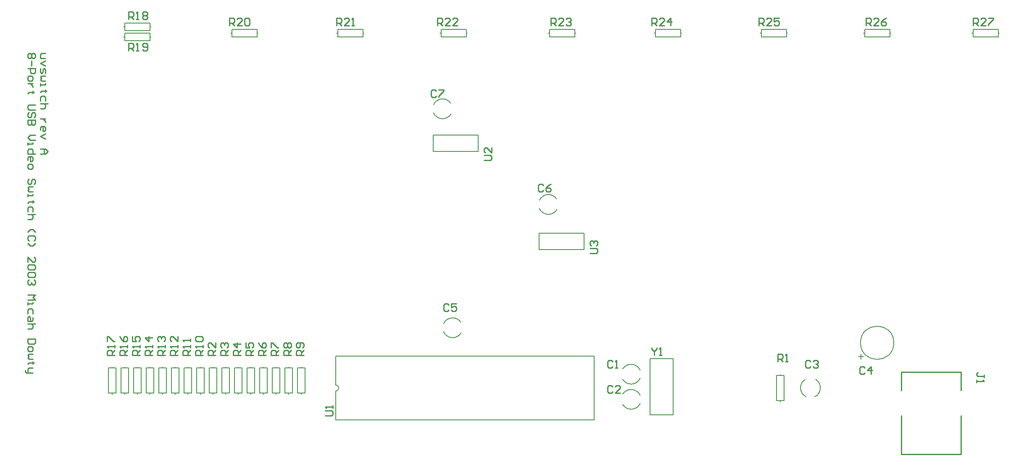
<source format=gto>
%FSLAX23Y23*%
%MOIN*%
G70*
G01*
G75*
%ADD10R,0.012X0.059*%
%ADD11O,0.012X0.059*%
%ADD12C,0.010*%
%ADD13C,0.300*%
%ADD14C,0.055*%
%ADD15C,0.180*%
%ADD16C,0.065*%
%ADD17C,0.059*%
%ADD18R,0.059X0.059*%
%ADD19C,0.053*%
%ADD20R,0.053X0.053*%
%ADD21R,0.047X0.047*%
%ADD22C,0.047*%
%ADD23C,0.059*%
%ADD24R,0.059X0.059*%
%ADD25C,0.110*%
%ADD26C,0.130*%
%ADD27C,0.050*%
%ADD28C,0.008*%
%ADD29C,0.006*%
D12*
X7554Y520D02*
Y668D01*
X7080Y520D02*
Y668D01*
X7554D01*
X7080Y14D02*
Y320D01*
X7554Y14D02*
Y320D01*
X7080Y14D02*
X7554D01*
X840Y800D02*
X780D01*
Y830D01*
X790Y840D01*
X810D01*
X820Y830D01*
Y800D01*
Y820D02*
X840Y840D01*
Y860D02*
Y880D01*
Y870D01*
X780D01*
X790Y860D01*
X780Y910D02*
Y950D01*
X790D01*
X830Y910D01*
X840D01*
X940Y800D02*
X880D01*
Y830D01*
X890Y840D01*
X910D01*
X920Y830D01*
Y800D01*
Y820D02*
X940Y840D01*
Y860D02*
Y880D01*
Y870D01*
X880D01*
X890Y860D01*
X880Y950D02*
X890Y930D01*
X910Y910D01*
X930D01*
X940Y920D01*
Y940D01*
X930Y950D01*
X920D01*
X910Y940D01*
Y910D01*
X1040Y800D02*
X980D01*
Y830D01*
X990Y840D01*
X1010D01*
X1020Y830D01*
Y800D01*
Y820D02*
X1040Y840D01*
Y860D02*
Y880D01*
Y870D01*
X980D01*
X990Y860D01*
X980Y950D02*
Y910D01*
X1010D01*
X1000Y930D01*
Y940D01*
X1010Y950D01*
X1030D01*
X1040Y940D01*
Y920D01*
X1030Y910D01*
X1140Y800D02*
X1080D01*
Y830D01*
X1090Y840D01*
X1110D01*
X1120Y830D01*
Y800D01*
Y820D02*
X1140Y840D01*
Y860D02*
Y880D01*
Y870D01*
X1080D01*
X1090Y860D01*
X1140Y940D02*
X1080D01*
X1110Y910D01*
Y950D01*
X1240Y800D02*
X1180D01*
Y830D01*
X1190Y840D01*
X1210D01*
X1220Y830D01*
Y800D01*
Y820D02*
X1240Y840D01*
Y860D02*
Y880D01*
Y870D01*
X1180D01*
X1190Y860D01*
Y910D02*
X1180Y920D01*
Y940D01*
X1190Y950D01*
X1200D01*
X1210Y940D01*
Y930D01*
Y940D01*
X1220Y950D01*
X1230D01*
X1240Y940D01*
Y920D01*
X1230Y910D01*
X1340Y800D02*
X1280D01*
Y830D01*
X1290Y840D01*
X1310D01*
X1320Y830D01*
Y800D01*
Y820D02*
X1340Y840D01*
Y860D02*
Y880D01*
Y870D01*
X1280D01*
X1290Y860D01*
X1340Y950D02*
Y910D01*
X1300Y950D01*
X1290D01*
X1280Y940D01*
Y920D01*
X1290Y910D01*
X1440Y800D02*
X1380D01*
Y830D01*
X1390Y840D01*
X1410D01*
X1420Y830D01*
Y800D01*
Y820D02*
X1440Y840D01*
Y860D02*
Y880D01*
Y870D01*
X1380D01*
X1390Y860D01*
X1440Y910D02*
Y930D01*
Y920D01*
X1380D01*
X1390Y910D01*
X1540Y800D02*
X1480D01*
Y830D01*
X1490Y840D01*
X1510D01*
X1520Y830D01*
Y800D01*
Y820D02*
X1540Y840D01*
Y860D02*
Y880D01*
Y870D01*
X1480D01*
X1490Y860D01*
Y910D02*
X1480Y920D01*
Y940D01*
X1490Y950D01*
X1530D01*
X1540Y940D01*
Y920D01*
X1530Y910D01*
X1490D01*
X2340Y800D02*
X2280D01*
Y830D01*
X2290Y840D01*
X2310D01*
X2320Y830D01*
Y800D01*
Y820D02*
X2340Y840D01*
X2330Y860D02*
X2340Y870D01*
Y890D01*
X2330Y900D01*
X2290D01*
X2280Y890D01*
Y870D01*
X2290Y860D01*
X2300D01*
X2310Y870D01*
Y900D01*
X2240Y800D02*
X2180D01*
Y830D01*
X2190Y840D01*
X2210D01*
X2220Y830D01*
Y800D01*
Y820D02*
X2240Y840D01*
X2190Y860D02*
X2180Y870D01*
Y890D01*
X2190Y900D01*
X2200D01*
X2210Y890D01*
X2220Y900D01*
X2230D01*
X2240Y890D01*
Y870D01*
X2230Y860D01*
X2220D01*
X2210Y870D01*
X2200Y860D01*
X2190D01*
X2210Y870D02*
Y890D01*
X2140Y800D02*
X2080D01*
Y830D01*
X2090Y840D01*
X2110D01*
X2120Y830D01*
Y800D01*
Y820D02*
X2140Y840D01*
X2080Y860D02*
Y900D01*
X2090D01*
X2130Y860D01*
X2140D01*
X2040Y800D02*
X1980D01*
Y830D01*
X1990Y840D01*
X2010D01*
X2020Y830D01*
Y800D01*
Y820D02*
X2040Y840D01*
X1980Y900D02*
X1990Y880D01*
X2010Y860D01*
X2030D01*
X2040Y870D01*
Y890D01*
X2030Y900D01*
X2020D01*
X2010Y890D01*
Y860D01*
X1940Y800D02*
X1880D01*
Y830D01*
X1890Y840D01*
X1910D01*
X1920Y830D01*
Y800D01*
Y820D02*
X1940Y840D01*
X1880Y900D02*
Y860D01*
X1910D01*
X1900Y880D01*
Y890D01*
X1910Y900D01*
X1930D01*
X1940Y890D01*
Y870D01*
X1930Y860D01*
X1840Y800D02*
X1780D01*
Y830D01*
X1790Y840D01*
X1810D01*
X1820Y830D01*
Y800D01*
Y820D02*
X1840Y840D01*
Y890D02*
X1780D01*
X1810Y860D01*
Y900D01*
X1740Y800D02*
X1680D01*
Y830D01*
X1690Y840D01*
X1710D01*
X1720Y830D01*
Y800D01*
Y820D02*
X1740Y840D01*
X1690Y860D02*
X1680Y870D01*
Y890D01*
X1690Y900D01*
X1700D01*
X1710Y890D01*
Y880D01*
Y890D01*
X1720Y900D01*
X1730D01*
X1740Y890D01*
Y870D01*
X1730Y860D01*
X1640Y800D02*
X1580D01*
Y830D01*
X1590Y840D01*
X1610D01*
X1620Y830D01*
Y800D01*
Y820D02*
X1640Y840D01*
Y900D02*
Y860D01*
X1600Y900D01*
X1590D01*
X1580Y890D01*
Y870D01*
X1590Y860D01*
X4610Y1610D02*
X4660D01*
X4670Y1620D01*
Y1640D01*
X4660Y1650D01*
X4610D01*
X4620Y1670D02*
X4610Y1680D01*
Y1700D01*
X4620Y1710D01*
X4630D01*
X4640Y1700D01*
Y1690D01*
Y1700D01*
X4650Y1710D01*
X4660D01*
X4670Y1700D01*
Y1680D01*
X4660Y1670D01*
X3770Y2350D02*
X3820D01*
X3830Y2360D01*
Y2380D01*
X3820Y2390D01*
X3770D01*
X3830Y2450D02*
Y2410D01*
X3790Y2450D01*
X3780D01*
X3770Y2440D01*
Y2420D01*
X3780Y2410D01*
X7738Y623D02*
Y643D01*
Y633D01*
X7688D01*
X7678Y643D01*
Y653D01*
X7688Y663D01*
X7678Y603D02*
Y583D01*
Y593D01*
X7738D01*
X7728Y603D01*
X2510Y320D02*
X2560D01*
X2570Y330D01*
Y350D01*
X2560Y360D01*
X2510D01*
X2570Y380D02*
Y400D01*
Y390D01*
X2510D01*
X2520Y380D01*
X4790Y750D02*
X4780Y760D01*
X4760D01*
X4750Y750D01*
Y710D01*
X4760Y700D01*
X4780D01*
X4790Y710D01*
X4810Y700D02*
X4830D01*
X4820D01*
Y760D01*
X4810Y750D01*
X4790Y550D02*
X4780Y560D01*
X4760D01*
X4750Y550D01*
Y510D01*
X4760Y500D01*
X4780D01*
X4790Y510D01*
X4850Y500D02*
X4810D01*
X4850Y540D01*
Y550D01*
X4840Y560D01*
X4820D01*
X4810Y550D01*
X6360Y750D02*
X6350Y760D01*
X6330D01*
X6320Y750D01*
Y710D01*
X6330Y700D01*
X6350D01*
X6360Y710D01*
X6380Y750D02*
X6390Y760D01*
X6410D01*
X6420Y750D01*
Y740D01*
X6410Y730D01*
X6400D01*
X6410D01*
X6420Y720D01*
Y710D01*
X6410Y700D01*
X6390D01*
X6380Y710D01*
X6790Y700D02*
X6780Y710D01*
X6760D01*
X6750Y700D01*
Y660D01*
X6760Y650D01*
X6780D01*
X6790Y660D01*
X6840Y650D02*
Y710D01*
X6810Y680D01*
X6850D01*
X3490Y1200D02*
X3480Y1210D01*
X3460D01*
X3450Y1200D01*
Y1160D01*
X3460Y1150D01*
X3480D01*
X3490Y1160D01*
X3550Y1210D02*
X3510D01*
Y1180D01*
X3530Y1190D01*
X3540D01*
X3550Y1180D01*
Y1160D01*
X3540Y1150D01*
X3520D01*
X3510Y1160D01*
X4240Y2150D02*
X4230Y2160D01*
X4210D01*
X4200Y2150D01*
Y2110D01*
X4210Y2100D01*
X4230D01*
X4240Y2110D01*
X4300Y2160D02*
X4280Y2150D01*
X4260Y2130D01*
Y2110D01*
X4270Y2100D01*
X4290D01*
X4300Y2110D01*
Y2120D01*
X4290Y2130D01*
X4260D01*
X3390Y2900D02*
X3380Y2910D01*
X3360D01*
X3350Y2900D01*
Y2860D01*
X3360Y2850D01*
X3380D01*
X3390Y2860D01*
X3410Y2910D02*
X3450D01*
Y2900D01*
X3410Y2860D01*
Y2850D01*
X6100Y750D02*
Y810D01*
X6130D01*
X6140Y800D01*
Y780D01*
X6130Y770D01*
X6100D01*
X6120D02*
X6140Y750D01*
X6160D02*
X6180D01*
X6170D01*
Y810D01*
X6160Y800D01*
X5100Y860D02*
Y850D01*
X5120Y830D01*
X5140Y850D01*
Y860D01*
X5120Y830D02*
Y800D01*
X5160D02*
X5180D01*
X5170D01*
Y860D01*
X5160Y850D01*
X950Y3470D02*
Y3530D01*
X980D01*
X990Y3520D01*
Y3500D01*
X980Y3490D01*
X950D01*
X970D02*
X990Y3470D01*
X1010D02*
X1030D01*
X1020D01*
Y3530D01*
X1010Y3520D01*
X1060D02*
X1070Y3530D01*
X1090D01*
X1100Y3520D01*
Y3510D01*
X1090Y3500D01*
X1100Y3490D01*
Y3480D01*
X1090Y3470D01*
X1070D01*
X1060Y3480D01*
Y3490D01*
X1070Y3500D01*
X1060Y3510D01*
Y3520D01*
X1070Y3500D02*
X1090D01*
X950Y3220D02*
Y3280D01*
X980D01*
X990Y3270D01*
Y3250D01*
X980Y3240D01*
X950D01*
X970D02*
X990Y3220D01*
X1010D02*
X1030D01*
X1020D01*
Y3280D01*
X1010Y3270D01*
X1060Y3230D02*
X1070Y3220D01*
X1090D01*
X1100Y3230D01*
Y3270D01*
X1090Y3280D01*
X1070D01*
X1060Y3270D01*
Y3260D01*
X1070Y3250D01*
X1100D01*
X1750Y3420D02*
Y3480D01*
X1780D01*
X1790Y3470D01*
Y3450D01*
X1780Y3440D01*
X1750D01*
X1770D02*
X1790Y3420D01*
X1850D02*
X1810D01*
X1850Y3460D01*
Y3470D01*
X1840Y3480D01*
X1820D01*
X1810Y3470D01*
X1870D02*
X1880Y3480D01*
X1900D01*
X1910Y3470D01*
Y3430D01*
X1900Y3420D01*
X1880D01*
X1870Y3430D01*
Y3470D01*
X2600Y3420D02*
Y3480D01*
X2630D01*
X2640Y3470D01*
Y3450D01*
X2630Y3440D01*
X2600D01*
X2620D02*
X2640Y3420D01*
X2700D02*
X2660D01*
X2700Y3460D01*
Y3470D01*
X2690Y3480D01*
X2670D01*
X2660Y3470D01*
X2720Y3420D02*
X2740D01*
X2730D01*
Y3480D01*
X2720Y3470D01*
X3400Y3420D02*
Y3480D01*
X3430D01*
X3440Y3470D01*
Y3450D01*
X3430Y3440D01*
X3400D01*
X3420D02*
X3440Y3420D01*
X3500D02*
X3460D01*
X3500Y3460D01*
Y3470D01*
X3490Y3480D01*
X3470D01*
X3460Y3470D01*
X3560Y3420D02*
X3520D01*
X3560Y3460D01*
Y3470D01*
X3550Y3480D01*
X3530D01*
X3520Y3470D01*
X4300Y3420D02*
Y3480D01*
X4330D01*
X4340Y3470D01*
Y3450D01*
X4330Y3440D01*
X4300D01*
X4320D02*
X4340Y3420D01*
X4400D02*
X4360D01*
X4400Y3460D01*
Y3470D01*
X4390Y3480D01*
X4370D01*
X4360Y3470D01*
X4420D02*
X4430Y3480D01*
X4450D01*
X4460Y3470D01*
Y3460D01*
X4450Y3450D01*
X4440D01*
X4450D01*
X4460Y3440D01*
Y3430D01*
X4450Y3420D01*
X4430D01*
X4420Y3430D01*
X5100Y3420D02*
Y3480D01*
X5130D01*
X5140Y3470D01*
Y3450D01*
X5130Y3440D01*
X5100D01*
X5120D02*
X5140Y3420D01*
X5200D02*
X5160D01*
X5200Y3460D01*
Y3470D01*
X5190Y3480D01*
X5170D01*
X5160Y3470D01*
X5250Y3420D02*
Y3480D01*
X5220Y3450D01*
X5260D01*
X5950Y3420D02*
Y3480D01*
X5980D01*
X5990Y3470D01*
Y3450D01*
X5980Y3440D01*
X5950D01*
X5970D02*
X5990Y3420D01*
X6050D02*
X6010D01*
X6050Y3460D01*
Y3470D01*
X6040Y3480D01*
X6020D01*
X6010Y3470D01*
X6110Y3480D02*
X6070D01*
Y3450D01*
X6090Y3460D01*
X6100D01*
X6110Y3450D01*
Y3430D01*
X6100Y3420D01*
X6080D01*
X6070Y3430D01*
X6800Y3420D02*
Y3480D01*
X6830D01*
X6840Y3470D01*
Y3450D01*
X6830Y3440D01*
X6800D01*
X6820D02*
X6840Y3420D01*
X6900D02*
X6860D01*
X6900Y3460D01*
Y3470D01*
X6890Y3480D01*
X6870D01*
X6860Y3470D01*
X6960Y3480D02*
X6940Y3470D01*
X6920Y3450D01*
Y3430D01*
X6930Y3420D01*
X6950D01*
X6960Y3430D01*
Y3440D01*
X6950Y3450D01*
X6920D01*
X7650Y3420D02*
Y3480D01*
X7680D01*
X7690Y3470D01*
Y3450D01*
X7680Y3440D01*
X7650D01*
X7670D02*
X7690Y3420D01*
X7750D02*
X7710D01*
X7750Y3460D01*
Y3470D01*
X7740Y3480D01*
X7720D01*
X7710Y3470D01*
X7770Y3480D02*
X7810D01*
Y3470D01*
X7770Y3430D01*
Y3420D01*
X200Y3200D02*
X210Y3190D01*
Y3170D01*
X200Y3160D01*
X190D01*
X180Y3170D01*
X170Y3160D01*
X160D01*
X150Y3170D01*
Y3190D01*
X160Y3200D01*
X170D01*
X180Y3190D01*
X190Y3200D01*
X200D01*
X180Y3190D02*
Y3170D01*
Y3140D02*
Y3100D01*
X150Y3080D02*
X210D01*
Y3050D01*
X200Y3040D01*
X180D01*
X170Y3050D01*
Y3080D01*
X150Y3010D02*
Y2990D01*
X160Y2980D01*
X180D01*
X190Y2990D01*
Y3010D01*
X180Y3020D01*
X160D01*
X150Y3010D01*
X190Y2960D02*
X150D01*
X170D01*
X180Y2950D01*
X190Y2940D01*
Y2930D01*
X200Y2890D02*
X190D01*
Y2900D01*
Y2880D01*
Y2890D01*
X160D01*
X150Y2880D01*
X210Y2790D02*
X160D01*
X150Y2780D01*
Y2760D01*
X160Y2750D01*
X210D01*
X200Y2690D02*
X210Y2700D01*
Y2720D01*
X200Y2730D01*
X190D01*
X180Y2720D01*
Y2700D01*
X170Y2690D01*
X160D01*
X150Y2700D01*
Y2720D01*
X160Y2730D01*
X210Y2670D02*
X150D01*
Y2640D01*
X160Y2630D01*
X170D01*
X180Y2640D01*
Y2670D01*
Y2640D01*
X190Y2630D01*
X200D01*
X210Y2640D01*
Y2670D01*
Y2550D02*
X170D01*
X150Y2530D01*
X170Y2510D01*
X210D01*
X150Y2490D02*
Y2470D01*
Y2480D01*
X190D01*
Y2490D01*
X210Y2400D02*
X150D01*
Y2430D01*
X160Y2440D01*
X180D01*
X190Y2430D01*
Y2400D01*
X150Y2350D02*
Y2370D01*
X160Y2380D01*
X180D01*
X190Y2370D01*
Y2350D01*
X180Y2340D01*
X170D01*
Y2380D01*
X150Y2310D02*
Y2290D01*
X160Y2280D01*
X180D01*
X190Y2290D01*
Y2310D01*
X180Y2320D01*
X160D01*
X150Y2310D01*
X200Y2160D02*
X210Y2170D01*
Y2190D01*
X200Y2200D01*
X190D01*
X180Y2190D01*
Y2170D01*
X170Y2160D01*
X160D01*
X150Y2170D01*
Y2190D01*
X160Y2200D01*
X190Y2140D02*
X160D01*
X150Y2130D01*
X160Y2120D01*
X150Y2110D01*
X160Y2100D01*
X190D01*
X150Y2080D02*
Y2060D01*
Y2070D01*
X190D01*
Y2080D01*
X200Y2020D02*
X190D01*
Y2030D01*
Y2010D01*
Y2020D01*
X160D01*
X150Y2010D01*
X190Y1940D02*
Y1970D01*
X180Y1980D01*
X160D01*
X150Y1970D01*
Y1940D01*
X210Y1920D02*
X150D01*
X180D01*
X190Y1910D01*
Y1890D01*
X180Y1880D01*
X150D01*
Y1780D02*
X170Y1800D01*
X190D01*
X210Y1780D01*
X200Y1710D02*
X210Y1720D01*
Y1740D01*
X200Y1750D01*
X160D01*
X150Y1740D01*
Y1720D01*
X160Y1710D01*
X150Y1690D02*
X170Y1670D01*
X190D01*
X210Y1690D01*
X150Y1541D02*
Y1581D01*
X190Y1541D01*
X200D01*
X210Y1551D01*
Y1571D01*
X200Y1581D01*
Y1521D02*
X210Y1511D01*
Y1491D01*
X200Y1481D01*
X160D01*
X150Y1491D01*
Y1511D01*
X160Y1521D01*
X200D01*
Y1461D02*
X210Y1451D01*
Y1431D01*
X200Y1421D01*
X160D01*
X150Y1431D01*
Y1451D01*
X160Y1461D01*
X200D01*
Y1401D02*
X210Y1391D01*
Y1371D01*
X200Y1361D01*
X190D01*
X180Y1371D01*
Y1381D01*
Y1371D01*
X170Y1361D01*
X160D01*
X150Y1371D01*
Y1391D01*
X160Y1401D01*
X150Y1281D02*
X210D01*
X190Y1261D01*
X210Y1241D01*
X150D01*
Y1221D02*
Y1201D01*
Y1211D01*
X190D01*
Y1221D01*
Y1131D02*
Y1161D01*
X180Y1171D01*
X160D01*
X150Y1161D01*
Y1131D01*
X190Y1101D02*
Y1081D01*
X180Y1071D01*
X150D01*
Y1101D01*
X160Y1111D01*
X170Y1101D01*
Y1071D01*
X210Y1051D02*
X150D01*
X180D01*
X190Y1041D01*
Y1021D01*
X180Y1011D01*
X150D01*
X210Y931D02*
X150D01*
Y901D01*
X160Y891D01*
X200D01*
X210Y901D01*
Y931D01*
X150Y861D02*
Y841D01*
X160Y831D01*
X180D01*
X190Y841D01*
Y861D01*
X180Y871D01*
X160D01*
X150Y861D01*
X190Y811D02*
X160D01*
X150Y801D01*
X160Y791D01*
X150Y781D01*
X160Y771D01*
X190D01*
X200Y741D02*
X190D01*
Y751D01*
Y731D01*
Y741D01*
X160D01*
X150Y731D01*
X190Y701D02*
X160D01*
X150Y691D01*
Y661D01*
X140D01*
X130Y671D01*
Y681D01*
X150Y661D02*
X190D01*
X290Y3200D02*
X260D01*
X250Y3190D01*
Y3160D01*
X290D01*
Y3140D02*
X250Y3120D01*
X290Y3100D01*
X250Y3080D02*
Y3050D01*
X260Y3040D01*
X270Y3050D01*
Y3070D01*
X280Y3080D01*
X290Y3070D01*
Y3040D01*
Y3020D02*
X260D01*
X250Y3010D01*
X260Y3000D01*
X250Y2990D01*
X260Y2980D01*
X290D01*
X250Y2960D02*
Y2940D01*
Y2950D01*
X290D01*
Y2960D01*
X300Y2900D02*
X290D01*
Y2910D01*
Y2890D01*
Y2900D01*
X260D01*
X250Y2890D01*
X290Y2820D02*
Y2850D01*
X280Y2860D01*
X260D01*
X250Y2850D01*
Y2820D01*
X310Y2800D02*
X250D01*
X280D01*
X290Y2790D01*
Y2770D01*
X280Y2760D01*
X250D01*
X290Y2680D02*
X250D01*
X270D01*
X280Y2670D01*
X290Y2660D01*
Y2650D01*
X250Y2590D02*
Y2610D01*
X260Y2620D01*
X280D01*
X290Y2610D01*
Y2590D01*
X280Y2580D01*
X270D01*
Y2620D01*
X290Y2560D02*
X250Y2540D01*
X290Y2520D01*
X250Y2440D02*
X290D01*
X310Y2420D01*
X290Y2400D01*
X250D01*
X280D01*
Y2440D01*
D28*
X4207Y1700D02*
G03*
X4207Y1713I0J6D01*
G01*
X3367Y2480D02*
G03*
X3367Y2493I0J6D01*
G01*
X2594Y515D02*
G03*
X2594Y565I0J25D01*
G01*
X3450Y987D02*
G03*
X3588Y978I72J33D01*
G01*
Y1062D02*
G03*
X3450Y1053I-66J-42D01*
G01*
X4210Y1967D02*
G03*
X4348Y1958I72J33D01*
G01*
Y2042D02*
G03*
X4210Y2033I-66J-42D01*
G01*
X3370Y2727D02*
G03*
X3508Y2718I72J33D01*
G01*
Y2802D02*
G03*
X3370Y2793I-66J-42D01*
G01*
X7022Y900D02*
G03*
X7022Y900I-132J0D01*
G01*
X6393Y470D02*
G03*
X6402Y608I-33J72D01*
G01*
X6318D02*
G03*
X6327Y470I42J-66D01*
G01*
X5010Y483D02*
G03*
X4872Y492I-72J-33D01*
G01*
Y408D02*
G03*
X5010Y417I66J42D01*
G01*
Y683D02*
G03*
X4872Y692I-72J-33D01*
G01*
Y608D02*
G03*
X5010Y617I66J42D01*
G01*
X4207Y1642D02*
Y1700D01*
Y1713D02*
Y1770D01*
X4565D01*
Y1642D02*
Y1770D01*
X4207Y1642D02*
X4565D01*
X790Y700D02*
X820D01*
X790Y500D02*
Y700D01*
Y500D02*
X850D01*
Y700D01*
X820D02*
X850D01*
X820Y491D02*
Y500D01*
Y700D02*
Y709D01*
X890Y700D02*
X920D01*
X890Y500D02*
Y700D01*
Y500D02*
X950D01*
Y700D01*
X920D02*
X950D01*
X920Y491D02*
Y500D01*
Y700D02*
Y709D01*
X990Y700D02*
X1020D01*
X990Y500D02*
Y700D01*
Y500D02*
X1050D01*
Y700D01*
X1020D02*
X1050D01*
X1020Y491D02*
Y500D01*
Y700D02*
Y709D01*
X1090Y700D02*
X1120D01*
X1090Y500D02*
Y700D01*
Y500D02*
X1150D01*
Y700D01*
X1120D02*
X1150D01*
X1120Y491D02*
Y500D01*
Y700D02*
Y709D01*
X1190Y700D02*
X1220D01*
X1190Y500D02*
Y700D01*
Y500D02*
X1250D01*
Y700D01*
X1220D02*
X1250D01*
X1220Y491D02*
Y500D01*
Y700D02*
Y709D01*
X1290Y700D02*
X1320D01*
X1290Y500D02*
Y700D01*
Y500D02*
X1350D01*
Y700D01*
X1320D02*
X1350D01*
X1320Y491D02*
Y500D01*
Y700D02*
Y709D01*
X1390Y700D02*
X1420D01*
X1390Y500D02*
Y700D01*
Y500D02*
X1450D01*
Y700D01*
X1420D02*
X1450D01*
X1420Y491D02*
Y500D01*
Y700D02*
Y709D01*
X1490Y700D02*
X1520D01*
X1490Y500D02*
Y700D01*
Y500D02*
X1550D01*
Y700D01*
X1520D02*
X1550D01*
X1520Y491D02*
Y500D01*
Y700D02*
Y709D01*
X2320Y500D02*
X2350D01*
Y700D01*
X2290D02*
X2350D01*
X2290Y500D02*
Y700D01*
Y500D02*
X2320D01*
Y700D02*
Y709D01*
Y491D02*
Y500D01*
X2220D02*
X2250D01*
Y700D01*
X2190D02*
X2250D01*
X2190Y500D02*
Y700D01*
Y500D02*
X2220D01*
Y700D02*
Y709D01*
Y491D02*
Y500D01*
X2120D02*
X2150D01*
Y700D01*
X2090D02*
X2150D01*
X2090Y500D02*
Y700D01*
Y500D02*
X2120D01*
Y700D02*
Y709D01*
Y491D02*
Y500D01*
X2020D02*
X2050D01*
Y700D01*
X1990D02*
X2050D01*
X1990Y500D02*
Y700D01*
Y500D02*
X2020D01*
Y700D02*
Y709D01*
Y491D02*
Y500D01*
X1920D02*
X1950D01*
Y700D01*
X1890D02*
X1950D01*
X1890Y500D02*
Y700D01*
Y500D02*
X1920D01*
Y700D02*
Y709D01*
Y491D02*
Y500D01*
X1820D02*
X1850D01*
Y700D01*
X1790D02*
X1850D01*
X1790Y500D02*
Y700D01*
Y500D02*
X1820D01*
Y700D02*
Y709D01*
Y491D02*
Y500D01*
X1720D02*
X1750D01*
Y700D01*
X1690D02*
X1750D01*
X1690Y500D02*
Y700D01*
Y500D02*
X1720D01*
Y700D02*
Y709D01*
Y491D02*
Y500D01*
X1620D02*
X1650D01*
Y700D01*
X1590D02*
X1650D01*
X1590Y500D02*
Y700D01*
Y500D02*
X1620D01*
Y700D02*
Y709D01*
Y491D02*
Y500D01*
X3367Y2422D02*
X3725D01*
Y2550D01*
X3367D02*
X3725D01*
X3367Y2493D02*
Y2550D01*
Y2422D02*
Y2480D01*
X2594Y794D02*
X4646D01*
X2594Y286D02*
X4646D01*
Y794D01*
X2594Y565D02*
Y794D01*
Y286D02*
Y515D01*
X6120Y640D02*
Y649D01*
Y431D02*
Y440D01*
Y640D02*
X6150D01*
Y440D02*
Y640D01*
X6090Y440D02*
X6150D01*
X6090D02*
Y640D01*
X6120D01*
X5087Y326D02*
Y774D01*
Y326D02*
X5273D01*
Y774D01*
X5087D02*
X5273D01*
X7641Y3360D02*
X7650D01*
X7850D02*
X7859D01*
X7650D02*
Y3390D01*
X7850D01*
Y3330D02*
Y3390D01*
X7650Y3330D02*
X7850D01*
X7650D02*
Y3360D01*
X6781D02*
X6790D01*
X6990D02*
X6999D01*
X6790D02*
Y3390D01*
X6990D01*
Y3330D02*
Y3390D01*
X6790Y3330D02*
X6990D01*
X6790D02*
Y3360D01*
X5961D02*
X5970D01*
X6170D02*
X6179D01*
X5970D02*
Y3390D01*
X6170D01*
Y3330D02*
Y3390D01*
X5970Y3330D02*
X6170D01*
X5970D02*
Y3360D01*
X5121D02*
X5130D01*
X5330D02*
X5339D01*
X5130D02*
Y3390D01*
X5330D01*
Y3330D02*
Y3390D01*
X5130Y3330D02*
X5330D01*
X5130D02*
Y3360D01*
X4281D02*
X4290D01*
X4490D02*
X4499D01*
X4290D02*
Y3390D01*
X4490D01*
Y3330D02*
Y3390D01*
X4290Y3330D02*
X4490D01*
X4290D02*
Y3360D01*
X3421D02*
X3430D01*
X3630D02*
X3639D01*
X3430D02*
Y3390D01*
X3630D01*
Y3330D02*
Y3390D01*
X3430Y3330D02*
X3630D01*
X3430D02*
Y3360D01*
X2601D02*
X2610D01*
X2810D02*
X2819D01*
X2610D02*
Y3390D01*
X2810D01*
Y3330D02*
Y3390D01*
X2610Y3330D02*
X2810D01*
X2610D02*
Y3360D01*
X1761D02*
X1770D01*
X1970D02*
X1979D01*
X1770D02*
Y3390D01*
X1970D01*
Y3330D02*
Y3390D01*
X1770Y3330D02*
X1970D01*
X1770D02*
Y3360D01*
X911Y3330D02*
X920D01*
X1120D02*
X1129D01*
X920D02*
Y3360D01*
X1120D01*
Y3300D02*
Y3360D01*
X920Y3300D02*
X1120D01*
X920D02*
Y3330D01*
X911Y3410D02*
X920D01*
X1120D02*
X1129D01*
X920D02*
Y3440D01*
X1120D01*
Y3380D02*
Y3440D01*
X920Y3380D02*
X1120D01*
X920D02*
Y3410D01*
D29*
X6780Y790D02*
X6741D01*
X6760Y771D02*
Y810D01*
M02*

</source>
